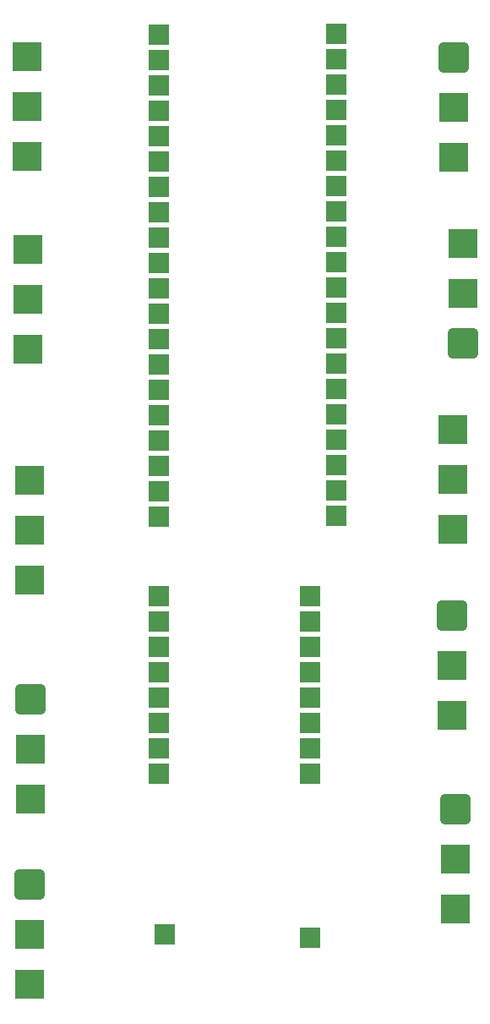
<source format=gbr>
%TF.GenerationSoftware,KiCad,Pcbnew,7.0.7*%
%TF.CreationDate,2023-09-27T09:45:00-05:00*%
%TF.ProjectId,PCB,5043422e-6b69-4636-9164-5f7063625858,rev?*%
%TF.SameCoordinates,Original*%
%TF.FileFunction,Soldermask,Bot*%
%TF.FilePolarity,Negative*%
%FSLAX46Y46*%
G04 Gerber Fmt 4.6, Leading zero omitted, Abs format (unit mm)*
G04 Created by KiCad (PCBNEW 7.0.7) date 2023-09-27 09:45:00*
%MOMM*%
%LPD*%
G01*
G04 APERTURE LIST*
G04 Aperture macros list*
%AMRoundRect*
0 Rectangle with rounded corners*
0 $1 Rounding radius*
0 $2 $3 $4 $5 $6 $7 $8 $9 X,Y pos of 4 corners*
0 Add a 4 corners polygon primitive as box body*
4,1,4,$2,$3,$4,$5,$6,$7,$8,$9,$2,$3,0*
0 Add four circle primitives for the rounded corners*
1,1,$1+$1,$2,$3*
1,1,$1+$1,$4,$5*
1,1,$1+$1,$6,$7*
1,1,$1+$1,$8,$9*
0 Add four rect primitives between the rounded corners*
20,1,$1+$1,$2,$3,$4,$5,0*
20,1,$1+$1,$4,$5,$6,$7,0*
20,1,$1+$1,$6,$7,$8,$9,0*
20,1,$1+$1,$8,$9,$2,$3,0*%
G04 Aperture macros list end*
%ADD10R,2.000000X2.000000*%
%ADD11R,3.000000X3.000000*%
%ADD12RoundRect,0.375000X-1.125000X1.125000X-1.125000X-1.125000X1.125000X-1.125000X1.125000X1.125000X0*%
%ADD13RoundRect,0.375000X1.125000X-1.125000X1.125000X1.125000X-1.125000X1.125000X-1.125000X-1.125000X0*%
G04 APERTURE END LIST*
D10*
%TO.C,J15*%
X103124000Y-140919200D03*
%TD*%
D11*
%TO.C,J7*%
X89244300Y-53013600D03*
X89244300Y-58013600D03*
X89244300Y-63013600D03*
%TD*%
%TO.C,J3*%
X89385400Y-72296000D03*
X89385400Y-77296000D03*
X89385400Y-82296000D03*
%TD*%
D10*
%TO.C,J8*%
X102489400Y-107046000D03*
X102489400Y-109586000D03*
X102489400Y-112126000D03*
X102489400Y-114666000D03*
X102489400Y-117206000D03*
X102489400Y-119746000D03*
X102489400Y-122286000D03*
X102489400Y-124826000D03*
%TD*%
D12*
%TO.C,J14*%
X132170300Y-128357600D03*
D11*
X132170300Y-133357600D03*
X132170300Y-138357600D03*
%TD*%
%TO.C,J11*%
X89537800Y-95410000D03*
X89537800Y-100410000D03*
X89537800Y-105410000D03*
%TD*%
D10*
%TO.C,J9*%
X117652800Y-124815600D03*
X117652800Y-122275600D03*
X117652800Y-119735600D03*
X117652800Y-117195600D03*
X117652800Y-114655600D03*
X117652800Y-112115600D03*
X117652800Y-109575600D03*
X117652800Y-107035600D03*
%TD*%
D12*
%TO.C,J12*%
X89520000Y-135920000D03*
D11*
X89520000Y-140920000D03*
X89520000Y-145920000D03*
%TD*%
D10*
%TO.C,J2*%
X120243600Y-99009200D03*
X120243600Y-96469200D03*
X120243600Y-93929200D03*
X120243600Y-91389200D03*
X120243600Y-88849200D03*
X120243600Y-86309200D03*
X120243600Y-83769200D03*
X120243600Y-81229200D03*
X120243600Y-78689200D03*
X120243600Y-76149200D03*
X120243600Y-73609200D03*
X120243600Y-71069200D03*
X120243600Y-68529200D03*
X120243600Y-65989200D03*
X120243600Y-63449200D03*
X120243600Y-60909200D03*
X120243600Y-58369200D03*
X120243600Y-55829200D03*
X120243600Y-53289200D03*
X120243600Y-50749200D03*
%TD*%
D13*
%TO.C,J6*%
X132994400Y-81686400D03*
D11*
X132994400Y-76686400D03*
X132994400Y-71686400D03*
%TD*%
D12*
%TO.C,J4*%
X89599900Y-117326400D03*
D11*
X89599900Y-122326400D03*
X89599900Y-127326400D03*
%TD*%
D10*
%TO.C,J1*%
X102463600Y-50825400D03*
X102463600Y-53365400D03*
X102463600Y-55905400D03*
X102463600Y-58445400D03*
X102463600Y-60985400D03*
X102463600Y-63525400D03*
X102463600Y-66065400D03*
X102463600Y-68605400D03*
X102463600Y-71145400D03*
X102463600Y-73685400D03*
X102463600Y-76225400D03*
X102463600Y-78765400D03*
X102463600Y-81305400D03*
X102463600Y-83845400D03*
X102463600Y-86385400D03*
X102463600Y-88925400D03*
X102463600Y-91465400D03*
X102463600Y-94005400D03*
X102463600Y-96545400D03*
X102463600Y-99085400D03*
%TD*%
D12*
%TO.C,J10*%
X132029200Y-53093600D03*
D11*
X132029200Y-58093600D03*
X132029200Y-63093600D03*
%TD*%
D10*
%TO.C,J16*%
X117652800Y-141224000D03*
%TD*%
D11*
%TO.C,J5*%
X131967100Y-90330000D03*
X131967100Y-95330000D03*
X131967100Y-100330000D03*
%TD*%
D12*
%TO.C,J13*%
X131865500Y-108973600D03*
D11*
X131865500Y-113973600D03*
X131865500Y-118973600D03*
%TD*%
M02*

</source>
